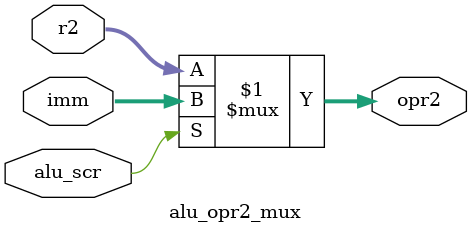
<source format=v>
module alu_opr2_mux(r2,imm,alu_scr,opr2);

input wire[63:0] r2;
input wire[63:0] imm;
input wire alu_scr;

output wire[63:0] opr2;

assign opr2 = (alu_scr)? imm : r2;
endmodule

</source>
